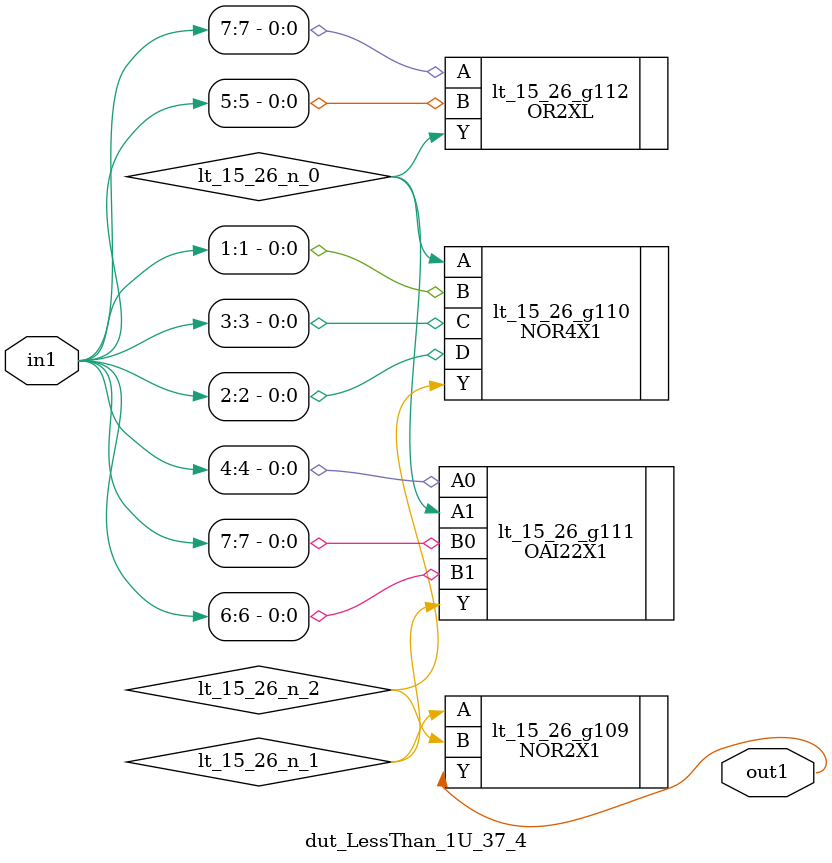
<source format=v>
`timescale 1ps / 1ps


module dut_LessThan_1U_37_4(in1, out1);
  input [7:0] in1;
  output out1;
  wire [7:0] in1;
  wire out1;
  wire lt_15_26_n_0, lt_15_26_n_1, lt_15_26_n_2;
  NOR2X1 lt_15_26_g109(.A (lt_15_26_n_1), .B (lt_15_26_n_2), .Y (out1));
  NOR4X1 lt_15_26_g110(.A (lt_15_26_n_0), .B (in1[1]), .C (in1[3]), .D
       (in1[2]), .Y (lt_15_26_n_2));
  OAI22X1 lt_15_26_g111(.A0 (in1[4]), .A1 (lt_15_26_n_0), .B0 (in1[7]),
       .B1 (in1[6]), .Y (lt_15_26_n_1));
  OR2XL lt_15_26_g112(.A (in1[7]), .B (in1[5]), .Y (lt_15_26_n_0));
endmodule



</source>
